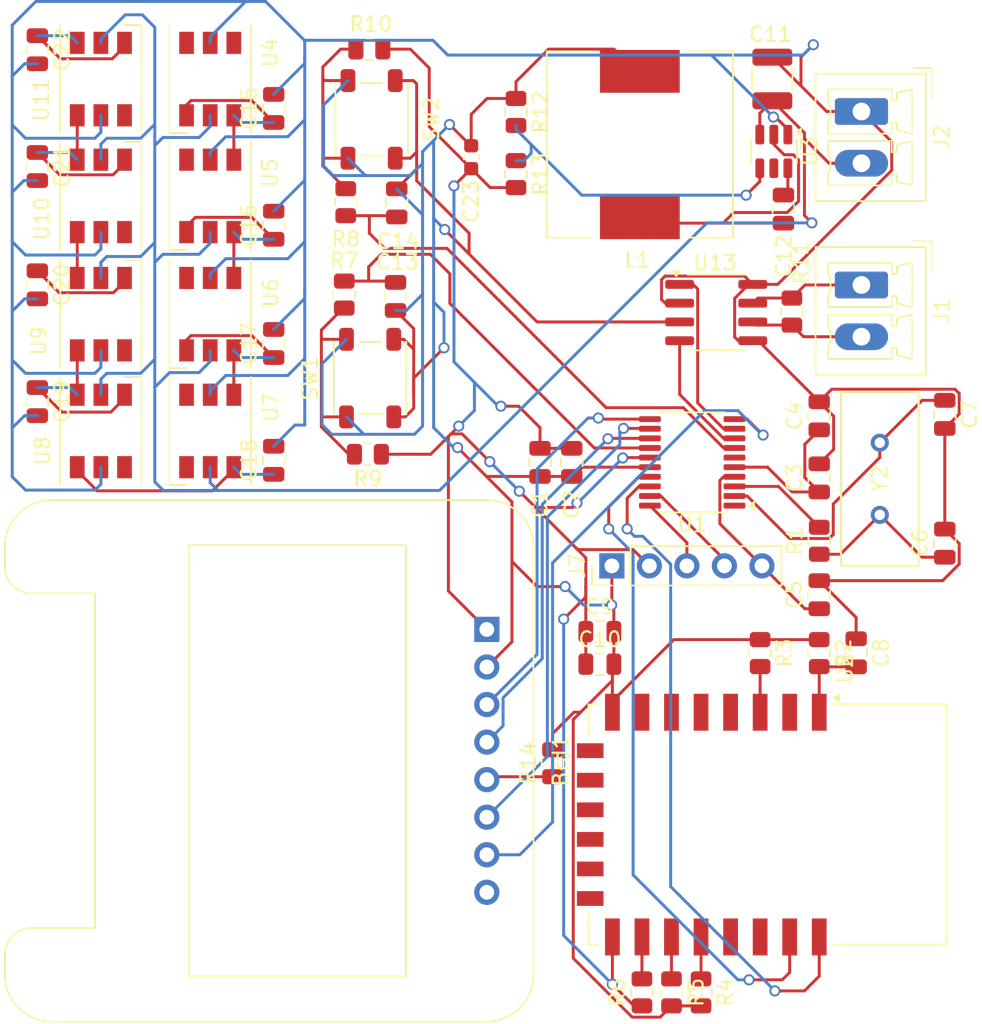
<source format=kicad_pcb>
(kicad_pcb (version 20240108) (generator "pcbnew") (generator_version "8.0")
  (layers (0 "F.Cu" signal) (31 "B.Cu" signal) (34 "B.Paste" user) (35 "F.Paste" user) (36 "B.SilkS" user "B.Silkscreen") (37 "F.SilkS" user "F.Silkscreen") (38 "B.Mask" user) (39 "F.Mask" user) (44 "Edge.Cuts" user))
  (net 0 "")
  (net 1 "VDD")
  (net 2 "/GPIO_OLED")
  (net 3 "Net-(Brd1-RES)")
  (net 4 "/SPI1_MOSI")
  (net 5 "/SPI1_NSS")
  (net 6 "/SPI1_SCK")
  (net 7 "-12V")
  (net 8 "VDDA")
  (net 9 "/NRST")
  (net 10 "Net-(C6-Pad1)")
  (net 11 "Net-(U1-PF0)")
  (net 12 "Net-(U2-~{RST})")
  (net 13 "+12V")
  (net 14 "Net-(U3-SW)")
  (net 15 "Net-(U3-BOOT)")
  (net 16 "/GPIO_Button2")
  (net 17 "/GPIO_Button1")
  (net 18 "Net-(U4-NC)")
  (net 19 "Net-(U5-NC)")
  (net 20 "Net-(U6-NC)")
  (net 21 "Net-(U7-NC)")
  (net 22 "Net-(U8-NC)")
  (net 23 "Net-(U9-NC)")
  (net 24 "Net-(U10-NC)")
  (net 25 "Net-(U11-NC)")
  (net 26 "/CAN_L")
  (net 27 "/CAN_H")
  (net 28 "/GPIO_LED_RELAY1")
  (net 29 "/SWCLK")
  (net 30 "/SWDIO")
  (net 31 "Net-(U1-PF1)")
  (net 32 "Net-(U2-EN)")
  (net 33 "Net-(U2-GPIO0)")
  (net 34 "Net-(U2-GPIO2)")
  (net 35 "Net-(U2-GPIO15)")
  (net 36 "Net-(R7-Pad1)")
  (net 37 "Net-(R10-Pad2)")
  (net 38 "Net-(U3-FB)")
  (net 39 "/USART2_RX")
  (net 40 "/USART2_TX")
  (net 41 "/USART1_RX")
  (net 43 "/USART1_TX")
  (net 59 "Net-(U4-DO)")
  (net 61 "Net-(U5-DO)")
  (net 62 "Net-(U6-DO)")
  (net 65 "Net-(U7-DO)")
  (net 67 "Net-(U8-DO)")
  (net 69 "Net-(U10-DI)")
  (net 70 "Net-(U10-DO)")
  (footprint "Capacitor_SMD:C_0805_2012Metric" (layer "F.Cu") (at 177.5 75.2548 -90)
    (property "Reference" "C7")
    (property "Value" "20pF")
  )
  (footprint "Resistor_SMD:R_0805_2012Metric" (layer "F.Cu") (at 169 91.4 -90)
    (property "Reference" "R2")
    (property "Value" "10k")
  )
  (footprint "Capacitor_SMD:C_0805_2012Metric" (layer "F.Cu") (at 116.075 50.59 -90)
    (property "Reference" "C22")
    (property "Value" "1uF")
  )
  (footprint "Capacitor_SMD:C_0805_2012Metric" (layer "F.Cu") (at 154.15 92.15)
    (property "Reference" "C10")
    (property "Value" "1uF")
  )
  (footprint "LED_SMD:LED_WS2812_PLCC6_5.0x5.0mm_P1.6mm" (layer "F.Cu") (at 120.375 52.575 -90)
    (property "Reference" "U11")
    (property "Value" "WS2815")
  )
  (footprint "Connector_Phoenix_MC:PhoenixContact_MCV_1,5_2-G-3.5_1x02_P3.50mm_Vertical" (layer "F.Cu") (at 171.8575 66.5 -90)
    (property "Reference" "J1")
    (property "Value" "CAN")
  )
  (footprint "Resistor_SMD:R_0805_2012Metric" (layer "F.Cu") (at 136.85 67.15 90)
    (property "Reference" "R7")
    (property "Value" "1K")
  )
  (footprint "Resistor_SMD:R_0805_2012Metric" (layer "F.Cu") (at 157 114.35 90)
    (property "Reference" "R6")
    (property "Value" "10k")
  )
  (footprint "Button_Switch_SMD:SW_SPST_PTS647_Sx38" (layer "F.Cu") (at 138.7 55.3 -90)
    (property "Reference" "SW2")
    (property "Value" "Button1")
  )
  (footprint "Resistor_SMD:R_0805_2012Metric" (layer "F.Cu") (at 167.15 68.3 90)
    (property "Reference" "R11")
    (property "Value" "120")
  )
  (footprint "Capacitor_SMD:C_0805_2012Metric" (layer "F.Cu") (at 116.075 58.49 -90)
    (property "Reference" "C21")
    (property "Value" "1uF")
  )
  (footprint "LED_SMD:LED_WS2812_PLCC6_5.0x5.0mm_P1.6mm" (layer "F.Cu") (at 127.775 68.475 90)
    (property "Reference" "U6")
    (property "Value" "WS2815")
  )
  (footprint "Package_SO:TSSOP-20_4.4x6.5mm_P0.65mm" (layer "F.Cu") (at 160.4 78.5 180)
    (property "Reference" "U1")
    (property "Value" "STM32F042F4Px")
  )
  (footprint "Capacitor_SMD:C_0805_2012Metric" (layer "F.Cu") (at 132.075 78.36 90)
    (property "Reference" "C18")
    (property "Value" "1uF")
  )
  (footprint "Capacitor_SMD:C_0805_2012Metric" (layer "F.Cu") (at 154.15 89.95)
    (property "Reference" "C9")
    (property "Value" "4.7uF")
  )
  (footprint "Capacitor_SMD:C_0805_2012Metric" (layer "F.Cu") (at 140.32 67.275 90)
    (property "Reference" "C13")
    (property "Value" "10nF")
  )
  (footprint "Resistor_SMD:R_0805_2012Metric" (layer "F.Cu") (at 138.45 77.95 180)
    (property "Reference" "R9")
    (property "Value" "10k")
  )
  (footprint "Connector_Phoenix_MC:PhoenixContact_MCV_1,5_2-G-3.5_1x02_P3.50mm_Vertical" (layer "F.Cu") (at 171.8575 54.7675 -90)
    (property "Reference" "J2")
    (property "Value" "VIN")
  )
  (footprint "Inductor_SMD:L_12x12mm_H8mm" (layer "F.Cu") (at 156.8575 57 90)
    (property "Reference" "L1")
    (property "Value" "22uH")
  )
  (footprint "Capacitor_SMD:C_0805_2012Metric" (layer "F.Cu") (at 116.075 74.39 -90)
    (property "Reference" "C19")
    (property "Value" "1uF")
  )
  (footprint "Resistor_SMD:R_0805_2012Metric" (layer "F.Cu") (at 161 114.35 -90)
    (property "Reference" "R4")
    (property "Value" "10k")
  )
  (footprint "Resistor_SMD:R_0805_2012Metric" (layer "F.Cu") (at 159 114.35 -90)
    (property "Reference" "R5")
    (property "Value" "10k")
  )
  (footprint "Resistor_SMD:R_0805_2012Metric" (layer "F.Cu") (at 150.95 98.85 90)
    (property "Reference" "R14")
    (property "Value" "10k")
  )
  (footprint "Capacitor_SMD:C_0805_2012Metric" (layer "F.Cu") (at 166.5775 61.3675 -90)
    (property "Reference" "C12")
    (property "Value" "100nF")
  )
  (footprint "footprint_oscylator:ABL-8.000MHZ-B2_ABR" (layer "F.Cu") (at 173.1 82.05 90)
    (property "Reference" "Y2")
    (property "Value" "ABL-8MHZ-B2")
  )
  (footprint "Capacitor_SMD:C_0805_2012Metric" (layer "F.Cu") (at 152.25 78.5 90)
    (property "Reference" "C2")
    (property "Value" "100nF")
  )
  (footprint "Capacitor_SMD:C_0805_2012Metric" (layer "F.Cu") (at 150.1 78.5 90)
    (property "Reference" "C1")
    (property "Value" "4.7uF")
  )
  (footprint "Display:Adafruit_SSD1306" (layer "F.Cu") (at 146.5 89.8 -90)
    (property "Reference" "Brd1")
    (property "Value" "SSD1306")
  )
  (footprint "Capacitor_SMD:C_1210_3225Metric" (layer "F.Cu") (at 165.8275 52.5675 -90)
    (property "Reference" "C11")
    (property "Value" "10uF")
  )
  (footprint "RF_Module:ESP-12E" (layer "F.Cu") (at 165.5 103 -90)
    (property "Reference" "U2")
    (property "Value" "ESP-12E")
  )
  (footprint "Capacitor_SMD:C_0805_2012Metric" (layer "F.Cu") (at 132.075 62.46 90)
    (property "Reference" "C16")
    (property "Value" "1uF")
  )
  (footprint "LED_SMD:LED_WS2812_PLCC6_5.0x5.0mm_P1.6mm" (layer "F.Cu") (at 120.375 76.375 -90)
    (property "Reference" "U8")
    (property "Value" "WS2815")
  )
  (footprint "Resistor_SMD:R_0805_2012Metric" (layer "F.Cu") (at 138.55 50.55 180)
    (property "Reference" "R10")
    (property "Value" "10k")
  )
  (footprint "LED_SMD:LED_WS2812_PLCC6_5.0x5.0mm_P1.6mm" (layer "F.Cu") (at 127.775 60.475 90)
    (property "Reference" "U5")
    (property "Value" "WS2815")
  )
  (footprint "Capacitor_SMD:C_0805_2012Metric" (layer "F.Cu") (at 132.075 70.46 90)
    (property "Reference" "C17")
    (property "Value" "1uF")
  )
  (footprint "Capacitor_SMD:C_0805_2012Metric" (layer "F.Cu") (at 169 87.45 90)
    (property "Reference" "C5")
    (property "Value" "100nF")
  )
  (footprint "Resistor_SMD:R_0805_2012Metric" (layer "F.Cu") (at 148.475 54.8 -90)
    (property "Reference" "R12")
    (property "Value" "100k")
  )
  (footprint "Connector_PinHeader_2.54mm:PinHeader_1x05_P2.54mm_Vertical" (layer "F.Cu") (at 154.9625 85.5 90)
    (property "Reference" "J7")
    (property "Value" "STM")
  )
  (footprint "LED_SMD:LED_WS2812_PLCC6_5.0x5.0mm_P1.6mm" (layer "F.Cu") (at 127.775 76.375 90)
    (property "Reference" "U7")
    (property "Value" "WS2815")
  )
  (footprint "Capacitor_SMD:C_0805_2012Metric" (layer "F.Cu") (at 171.5 91.38 -90)
    (property "Reference" "C8")
    (property "Value" "100nF")
  )
  (footprint "Resistor_SMD:R_0805_2012Metric" (layer "F.Cu") (at 136.95 60.9 90)
    (property "Reference" "R8")
    (property "Value" "1K")
  )
  (footprint "Capacitor_SMD:C_0805_2012Metric" (layer "F.Cu") (at 169 79.55 90)
    (property "Reference" "C3")
    (property "Value" "10nF")
  )
  (footprint "Capacitor_SMD:C_0805_2012Metric" (layer "F.Cu") (at 169 75.35 90)
    (property "Reference" "C4")
    (property "Value" "1uF")
  )
  (footprint "LED_SMD:LED_WS2812_PLCC6_5.0x5.0mm_P1.6mm" (layer "F.Cu") (at 127.775 52.575 90)
    (property "Reference" "U4")
    (property "Value" "WS2815")
  )
  (footprint "Capacitor_SMD:C_0805_2012Metric" (layer "F.Cu") (at 177.5 83.9652 90)
    (property "Reference" "C6")
    (property "Value" "20pF")
  )
  (footprint "Resistor_SMD:R_0805_2012Metric" (layer "F.Cu") (at 165 91.4 -90)
    (property "Reference" "R3")
    (property "Value" "10k")
  )
  (footprint "LED_SMD:LED_WS2812_PLCC6_5.0x5.0mm_P1.6mm" (layer "F.Cu") (at 120.375 60.475 -90)
    (property "Reference" "U10")
    (property "Value" "WS2815")
  )
  (footprint "Resistor_SMD:R_0805_2012Metric" (layer "F.Cu") (at 169 83.8 90)
    (property "Reference" "R1")
    (property "Value" "390")
  )
  (footprint "LED_SMD:LED_WS2812_PLCC6_5.0x5.0mm_P1.6mm" (layer "F.Cu") (at 120.375 68.475 -90)
    (property "Reference" "U9")
    (property "Value" "WS2815")
  )
  (footprint "Button_Switch_SMD:SW_SPST_PTS647_Sx38" (layer "F.Cu") (at 138.6 72.8 90)
    (property "Reference" "SW1")
    (property "Value" "Button2")
  )
  (footprint "Capacitor_SMD:C_0805_2012Metric" (layer "F.Cu") (at 132.075 54.56 90)
    (property "Reference" "C15")
    (property "Value" "1uF")
  )
  (footprint "Package_SO:SOIC-8_3.9x4.9mm_P1.27mm" (layer "F.Cu") (at 162.025 68.365)
    (property "Reference" "U13")
    (property "Value" "SN65HVD230QDRG4Q1")
  )
  (footprint "Resistor_SMD:R_0805_2012Metric" (layer "F.Cu") (at 148.475 59 -90)
    (property "Reference" "R13")
    (property "Value" "38k")
  )
  (footprint "Capacitor_SMD:C_0603_1608Metric" (layer "F.Cu") (at 145.4425 57.8575 -90)
    (property "Reference" "C23")
    (property "Value" "47uF")
  )
  (footprint "Package_TO_SOT_SMD:SOT-23-6" (layer "F.Cu") (at 165.9275 57.4675 -90)
    (property "Reference" "U3")
    (property "Value" "TPS54308")
  )
  (footprint "Capacitor_SMD:C_0805_2012Metric" (layer "F.Cu") (at 116.075 66.49 -90)
    (property "Reference" "C20")
    (property "Value" "1uF")
  )
  (footprint "Capacitor_SMD:C_0805_2012Metric" (layer "F.Cu") (at 140.4 60.95 -90)
    (property "Reference" "C14")
    (property "Value" "10nF")
  )
  (segment (start 158.2375 116.025) (end 156.335966 116.025) (width 0.2) (layer "F.Cu") (net 1))
  (segment (start 140.3 57.925) (end 141.325 57.925) (width 0.2) (layer "F.Cu") (net 1))
  (segment (start 149.9 86.9) (end 148.2 85.2) (width 0.2) (layer "F.Cu") (net 1))
  (segment (start 165 90.4875) (end 169 90.4875) (width 0.2) (layer "F.Cu") (net 1))
  (segment (start 141.75 58.65) (end 141.75 59.45) (width 0.2) (layer "F.Cu") (net 1))
  (segment (start 155.1 92.15) (end 155.1 89.95) (width 0.2) (layer "F.Cu") (net 1))
  (segment (start 144.525 77.5) (end 146.475 79.45) (width 0.2) (layer "F.Cu") (net 1))
  (segment (start 152.35 112.039034) (end 152.35 95.9) (width 0.2) (layer "F.Cu") (net 1))
  (segment (start 140.2 70.175) (end 140.875 70.175) (width 0.2) (layer "F.Cu") (net 1))
  (segment (start 146.5 92.34) (end 148.2 90.64) (width 0.2) (layer "F.Cu") (net 1))
  (segment (start 152.25 79.45) (end 152.35 79.45) (width 0.2) (layer "F.Cu") (net 1))
  (segment (start 148.475 53.8875) (end 146.5125 53.8875) (width 0.2) (layer "F.Cu") (net 1))
  (segment (start 152.975 78.825) (end 157.5375 78.825) (width 0.2) (layer "F.Cu") (net 1))
  (segment (start 140.875 70.175) (end 141.55 70.85) (width 0.2) (layer "F.Cu") (net 1))
  (segment (start 159.1625 90.4875) (end 165 90.4875) (width 0.2) (layer "F.Cu") (net 1))
  (segment (start 159.55 69) (end 149.9 69) (width 0.2) (layer "F.Cu") (net 1))
  (segment (start 145.4075 57.0825) (end 143.975 55.65) (width 0.2) (layer "F.Cu") (net 1))
  (segment (start 155.1 89.95) (end 155.1 88.3) (width 0.2) (layer "F.Cu") (net 1))
  (segment (start 154.9625 88.1375) (end 154.95 88.15) (width 0.2) (layer "F.Cu") (net 1))
  (segment (start 140.975 75.425) (end 140.2 75.425) (width 0.2) (layer "F.Cu") (net 1))
  (segment (start 152.4 95.4) (end 152.85 95.4) (width 0.2) (layer "F.Cu") (net 1))
  (segment (start 141.55 73.9) (end 141.55 72.8) (width 0.2) (layer "F.Cu") (net 1))
  (segment (start 140.4 60) (end 141.75 58.65) (width 0.2) (layer "F.Cu") (net 1))
  (segment (start 155 94.65) (end 159.1625 90.4875) (width 0.2) (layer "F.Cu") (net 1))
  (segment (start 141.75 59.45) (end 145.3 63) (width 0.2) (layer "F.Cu") (net 1))
  (segment (start 141.55 73.35) (end 141.55 73.9) (width 0.2) (layer "F.Cu") (net 1))
  (segment (start 155.1 92.15) (end 155.1 92.25) (width 0.2) (layer "F.Cu") (net 1))
  (segment (start 152.35 79.45) (end 152.975 78.825) (width 0.2) (layer "F.Cu") (net 1))
  (segment (start 145.3 63) (end 145.3 64.4) (width 0.2) (layer "F.Cu") (net 1))
  (segment (start 149.9 69) (end 145.3 64.4) (width 0.2) (layer "F.Cu") (net 1))
  (segment (start 159 115.2625) (end 158.2375 116.025) (width 0.2) (layer "F.Cu") (net 1))
  (segment (start 150.1 79.45) (end 152.25 79.45) (width 0.2) (layer "F.Cu") (net 1))
  (segment (start 156.335966 116.025) (end 152.35 112.039034) (width 0.2) (layer "F.Cu") (net 1))
  (segment (start 145.3 64.4) (end 143.65 62.75) (width 0.2) (layer "F.Cu") (net 1))
  (segment (start 141.55 73.9) (end 141.55 74.85) (width 0.2) (layer "F.Cu") (net 1))
  (segment (start 150.675 50.55) (end 148.475 52.75) (width 0.2) (layer "F.Cu") (net 1))
  (segment (start 156.6 52.05) (end 156.8575 52.05) (width 0.2) (layer "F.Cu") (net 1))
  (segment (start 141.55 69.455) (end 141.55 70.85) (width 0.2) (layer "F.Cu") (net 1))
  (segment (start 146.475 79.45) (end 150.1 79.45) (width 0.2) (layer "F.Cu") (net 1))
  (segment (start 140.3 52.675) (end 141.525 52.675) (width 0.2) (layer "F.Cu") (net 1))
  (segment (start 155.1 88.3) (end 154.95 88.15) (width 0.2) (layer "F.Cu") (net 1))
  (segment (start 145.4425 57.0825) (end 145.4075 57.0825) (width 0.2) (layer "F.Cu") (net 1))
  (segment (start 145.4425 57.0825) (end 145.3075 57.0825) (width 0.2) (layer "F.Cu") (net 1))
  (segment (start 152.85 95.4) (end 155 93.25) (width 0.2) (layer "F.Cu") (net 1))
  (segment (start 141.525 52.675) (end 141.75 52.9) (width 0.2) (layer "F.Cu") (net 1))
  (segment (start 152.35 95.9) (end 152.85 95.4) (width 0.2) (layer "F.Cu") (net 1))
  (segment (start 148.2 85.2) (end 148.2 81.175) (width 0.2) (layer "F.Cu") (net 1))
  (segment (start 161 115.2625) (end 159 115.2625) (width 0.2) (layer "F.Cu") (net 1))
  (segment (start 155.1 50.55) (end 156.6 52.05) (width 0.2) (layer "F.Cu") (net 1))
  (segment (start 155 92.35) (end 155 93.25) (width 0.2) (layer "F.Cu") (net 1))
  (segment (start 148.2 81.175) (end 146.475 79.45) (width 0.2) (layer "F.Cu") (net 1))
  (segment (start 152.35 79.45) (end 152.375 79.475) (width 0.2) (layer "F.Cu") (net 1))
  (segment (start 141.55 74.85) (end 140.975 75.425) (width 0.2) (layer "F.Cu") (net 1))
  (segment (start 155.1 92.25) (end 155 92.35) (width 0.2) (layer "F.Cu") (net 1))
  (segment (start 150.95 97.9375) (end 150.95 96.85) (width 0.2) (layer "F.Cu") (net 1))
  (segment (start 150.95 96.85) (end 152.4 95.4) (width 0.2) (layer "F.Cu") (net 1))
  (segment (start 148.475 52.75) (end 148.475 53.8875) (width 0.2) (layer "F.Cu") (net 1))
  (segment (start 157.5125 78.8) (end 157.5375 78.825) (width 0.2) (layer "F.Cu") (net 1))
  (segment (start 141.75 58.65) (end 141.75 57.35) (width 0.2) (layer "F.Cu") (net 1))
  (segment (start 148.2 90.64) (end 148.2 85.2) (width 0.2) (layer "F.Cu") (net 1))
  (segment (start 145.6 56.925) (end 145.4425 57.0825) (width 0.2) (layer "F.Cu") (net 1))
  (segment (start 141.75 57.5) (end 141.75 57.35) (width 0.2) (layer "F.Cu") (net 1))
  (segment (start 155 95.4) (end 155 94.65) (width 0.2) (layer "F.Cu") (net 1))
  (segment (start 140.32 68.225) (end 141.55 69.455) (width 0.2) (layer "F.Cu") (net 1))
  (segment (start 141.55 72.8) (end 143.6 70.75) (width 0.2) (layer "F.Cu") (net 1))
  (segment (start 141.55 70.85) (end 141.55 73.35) (width 0.2) (layer "F.Cu") (net 1))
  (segment (start 154.9625 85.5) (end 154.9625 88.1375) (width 0.2) (layer "F.Cu") (net 1))
  (segment (start 145.4425 54.9575) (end 145.4425 57.0825) (width 0.2) (layer "F.Cu") (net 1))
  (segment (start 146.5125 53.8875) (end 145.4425 54.9575) (width 0.2) (layer "F.Cu") (net 1))
  (segment (start 151.8 86.9) (end 149.9 86.9) (width 0.2) (layer "F.Cu") (net 1))
  (segment (start 155.1 50.55) (end 150.675 50.55) (width 0.2) (layer "F.Cu") (net 1))
  (segment (start 141.325 57.925) (end 141.75 57.5) (width 0.2) (layer "F.Cu") (net 1))
  (segment (start 141.75 57.35) (end 141.75 52.9) (width 0.2) (layer "F.Cu") (net 1))
  (segment (start 155 93.25) (end 155 95.4) (width 0.2) (layer "F.Cu") (net 1))
  (via (at 144.525 77.5) (size 0.75) (drill 0.5) (layers "F.Cu" "B.Cu") (net 1))
  (via (at 143.65 62.75) (size 0.75) (drill 0.5) (layers "F.Cu" "B.Cu") (net 1))
  (via (at 151.8 86.9) (size 0.75) (drill 0.5) (layers "F.Cu" "B.Cu") (net 1))
  (via (at 143.6 70.75) (size 0.75) (drill 0.5) (layers "F.Cu" "B.Cu") (net 1))
  (via (at 154.95 88.15) (size 0.75) (drill 0.5) (layers "F.Cu" "B.Cu") (net 1))
  (via (at 143.975 55.65) (size 0.75) (drill 0.5) (layers "F.Cu" "B.Cu") (net 1))
  (segment (start 142.9 67.65) (end 142.9 76.15) (width 0.2) (layer "B.Cu") (net 1))
  (segment (start 135.35 75.95) (end 136 76.6) (width 0.2) (layer "B.Cu") (net 1))
  (segment (start 142.8875 56.7375) (end 142.9 56.75) (width 0.2) (layer "B.Cu") (net 1))
  (segment (start 135.45 54.325) (end 135.45 58.45) (width 0.2) (layer "B.Cu") (net 1))
  (segment (start 141.6 76.6) (end 142.15 76.05) (width 0.2) (layer "B.Cu") (net 1))
  (segment (start 143.65 62.75) (end 142.9 62) (width 0.2) (layer "B.Cu") (net 1))
  (segment (start 142.15 61.75) (end 142.15 58.275) (width 0.2) (layer "B.Cu") (net 1))
  (segment (start 154.95 88.15) (end 153.05 88.15) (width 0.2) (layer "B.Cu") (net 1))
  (segment (start 142.15 58.275) (end 142.15 57.475) (width 0.2) (layer "B.Cu") (net 1))
  (segment (start 138.175 76.6) (end 138.2 76.6) (width 0.2) (layer "B.Cu") (net 1))
  (segment (start 142.9 56.75) (end 142.9 62) (width 0.2) (layer "B.Cu") (net 1))
  (segment (start 144.25 77.5) (end 144.525 77.5) (width 0.2) (layer "B.Cu") (net 1))
  (segment (start 136 76.6) (end 138.2 76.6) (width 0.2) (layer "B.Cu") (net 1))
  (segment (start 135.35 71.825) (end 135.35 75.95) (width 0.2) (layer "B.Cu") (net 1))
  (segment (start 135.45 58.45) (end 136.1 59.1) (width 0.2) (layer "B.Cu") (net 1))
  (segment (start 140.4 60) (end 142.15 61.75) (width 0.2) (layer "B.Cu") (net 1))
  (segment (start 136.1 59.1) (end 138.275 59.1) (width 0.2) (layer "B.Cu") (net 1))
  (segment (start 137.1 52.675) (end 135.45 54.325) (width 0.2) (layer "B.Cu") (net 1))
  (segment (start 141.05 68.225) (end 142.15 67.125) (width 0.2) (layer "B.Cu") (net 1))
  (segment (start 153.05 88.15) (end 151.8 86.9) (width 0.2) (layer "B.Cu") (net 1))
  (segment (start 138.2 76.6) (end 141.6 76.6) (width 0.2) (layer "B.Cu") (net 1))
  (segment (start 142.15 57.475) (end 142.1625 57.4625) (width 0.2) (layer "B.Cu") (net 1))
  (segment (start 140.32 68.225) (end 141.05 68.225) (width 0.2) (layer "B.Cu") (net 1))
  (segment (start 143.6 70.75) (end 143.6 68.35) (width 0.2) (layer "B.Cu") (net 1))
  (segment (start 142.8875 56.7375) (end 143.975 55.65) (width 0.2) (layer "B.Cu") (net 1))
  (segment (start 138.275 59.1) (end 141.325 59.1) (width 0.2) (layer "B.Cu") (net 1))
  (segment (start 137.1 57.925) (end 138.275 59.1) (width 0.2) (layer "B.Cu") (net 1))
  (segment (start 143.6 68.35) (end 142.9 67.65) (width 0.2) (layer "B.Cu") (net 1))
  (segment (start 137 70.175) (end 135.35 71.825) (width 0.2) (layer "B.Cu") (net 1))
  (segment (start 141.325 59.1) (end 142.15 58.275) (width 0.2) (layer "B.Cu") (net 1))
  (segment (start 142.15 76.05) (end 142.15 67.125) (width 0.2) (layer "B.Cu") (net 1))
  (segment (start 142.1625 57.4625) (end 142.8875 56.7375) (width 0.2) (layer "B.Cu") (net 1))
  (segment (start 137 75.425) (end 138.175 76.6) (width 0.2) (layer "B.Cu") (net 1))
  (segment (start 142.15 67.125) (end 142.15 61.75) (width 0.2) (layer "B.Cu") (net 1))
  (segment (start 142.9 62) (end 142.9 67.65) (width 0.2) (layer "B.Cu") (net 1))
  (segment (start 142.9 76.15) (end 144.25 77.5) (width 0.2) (layer "B.Cu") (net 1))
  (segment (start 157.5125 76.2) (end 157.5375 76.225) (width 0.2) (layer "F.Cu") (net 2))
  (segment (start 155.75 76.2) (end 157.5125 76.2) (width 0.2) (layer "F.Cu") (net 2))
  (via (at 155.75 76.2) (size 0.75) (drill 0.5) (layers "F.Cu" "B.Cu") (net 2))
  (segment (start 155.5 76.45) (end 155.75 76.2) (width 0.2) (layer "B.Cu") (net 2))
  (segment (start 150.6 98.4) (end 150.6 82.2) (width 0.2) (layer "B.Cu") (net 2))
  (segment (start 146.5 102.5) (end 150.6 98.4) (width 0.2) (layer "B.Cu") (net 2))
  (segment (start 155.5 77.3) (end 155.5 76.45) (width 0.2) (layer "B.Cu") (net 2))
  (segment (start 150.6 82.2) (end 155.5 77.3) (width 0.2) (layer "B.Cu") (net 2))
  (segment (start 146.6975 99.7625) (end 146.5 99.96) (width 0.2) (layer "F.Cu") (net 3))
  (segment (start 150.95 99.7625) (end 146.6975 99.7625) (width 0.2) (layer "F.Cu") (net 3))
  (segment (start 154.725 76.875) (end 157.5375 76.875) (width 0.2) (layer "F.Cu") (net 4))
  (segment (start 154.7 76.9) (end 154.725 76.875) (width 0.2) (layer "F.Cu") (net 4))
  (via (at 154.7 76.9) (size 0.75) (drill 0.5) (layers "F.Cu" "B.Cu") (net 4))
  (segment (start 147.6 96.32) (end 147.6 94.424365) (width 0.2) (layer "B.Cu") (net 4))
  (segment (start 150.25 81.35) (end 154.45 77.15) (width 0.2) (layer "B.Cu") (net 4))
  (segment (start 146.5 97.42) (end 147.6 96.32) (width 0.2) (layer "B.Cu") (net 4))
  (segment (start 154.45 77.15) (end 154.7 76.9) (width 0.2) (layer "B.Cu") (net 4))
  (segment (start 150.25 91.774365) (end 150.25 81.35) (width 0.2) (layer "B.Cu") (net 4))
  (segment (start 147.6 94.424365) (end 150.25 91.774365) (width 0.2) (layer "B.Cu") (net 4))
  (segment (start 164.125 75.575) (end 165.2 76.65) (width 0.2) (layer "F.Cu") (net 5))
  (segment (start 163.2625 75.575) (end 164.125 75.575) (width 0.2) (layer "F.Cu") (net 5))
  (via (at 165.2 76.65) (size 0.75) (drill 0.5) (layers "F.Cu" "B.Cu") (net 5))
  (segment (start 146.5 105.04) (end 148.735 105.04) (width 0.2) (layer "B.Cu") (net 5))
  (segment (start 165.15 76.65) (end 165.2 76.65) (width 0.2) (layer "B.Cu") (net 5))
  (segment (start 161.25 75) (end 163.5 75) (width 0.2) (layer "B.Cu") (net 5))
  (segment (start 150.95 102.825) (end 150.95 85.3) (width 0.2) (layer "B.Cu") (net 5))
  (segment (start 163.5 75) (end 165.15 76.65) (width 0.2) (layer "B.Cu") (net 5))
  (segment (start 165.2 76.65) (end 165.175 76.675) (width 0.2) (layer "B.Cu") (net 5))
  (segment (start 148.735 105.04) (end 150.95 102.825) (width 0.2) (layer "B.Cu") (net 5))
  (segment (start 150.95 85.3) (end 161.25 75) (width 0.2) (layer "B.Cu") (net 5))
  (segment (start 154.05 75.5) (end 154.125 75.575) (width 0.2) (layer "F.Cu") (net 6))
  (segment (start 154.125 75.575) (end 157.5375 75.575) (width 0.2) (layer "F.Cu") (net 6))
  (via (at 154.05 75.5) (size 0.75) (drill 0.5) (layers "F.Cu" "B.Cu") (net 6))
  (segment (start 149.9 78.95) (end 153.35 75.5) (width 0.2) (layer "B.Cu") (net 6))
  (segment (start 146.5 94.88) (end 149.9 91.48) (width 0.2) (layer "B.Cu") (net 6))
  (segment (start 149.9 91.48) (end 149.9 78.95) (width 0.2) (layer "B.Cu") (net 6))
  (segment (start 153.35 75.5) (end 154.05 75.5) (width 0.2) (layer "B.Cu") (net 6))
  (segment (start 145.4425 58.6325) (end 142.6 55.79) (width 0.2) (layer "F.Cu") (net 7))
  (segment (start 148.475 59.9125) (end 146.7225 59.9125) (width 0.2) (layer "F.Cu") (net 7))
  (segment (start 152.6 81.25) (end 152.3 81.55) (width 0.2) (layer "F.Cu") (net 7))
  (segment (start 169 86.5) (end 177.354234 86.5) (width 0.2) (layer "F.Cu") (net 7))
  (segment (start 156.4625 115.2625) (end 155 113.8) (width 0.2) (layer "F.Cu") (net 7))
  (segment (start 142.6 51.825) (end 141.325 50.55) (width 0.2) (layer "F.Cu") (net 7))
  (segment (start 166.191346 66.46) (end 173.9075 58.743846) (width 0.2) (layer "F.Cu") (net 7))
  (segment (start 177.5 76.2048) (end 177.5 83.0152) (width 0.2) (layer "F.Cu") (net 7))
  (segment (start 158.325 66.140158) (end 158.565158 65.9) (width 0.2) (layer "F.Cu") (net 7))
  (segment (start 171.8575 54.7675) (end 169.5025 54.7675) (width 0.2) (layer "F.Cu") (net 7))
  (segment (start 153.2 87.6) (end 153.2 86.9) (width 0.2) (layer "F.Cu") (net 7))
  (segment (start 173.9075 58.743846) (end 173.9075 56.8175) (width 0.2) (layer "F.Cu") (net 7))
  (segment (start 146.5 89.8) (end 143.9 87.2) (width 0.2) (layer "F.Cu") (net 7))
  (segment (start 149.8 81.55) (end 148.7 80.45) (width 0.2) (layer "F.Cu") (net 7))
  (segment (start 178.184234 73.55) (end 169.85 73.55) (width 0.2) (layer "F.Cu") (net 7))
  (segment (start 163.275 70.019999) (end 163.275 67.410158) (width 0.2) (layer "F.Cu") (net 7))
  (segment (start 169.975 75.375) (end 169 74.4) (width 0.2) (layer "F.Cu") (net 7))
  (segment (start 169 74.4) (end 164.87 70.27) (width 0.2) (layer "F.Cu") (net 7))
  (segment (start 163.525001 70.27) (end 163.275 70.019999) (width 0.2) (layer "F.Cu") (net 7))
  (segment (start 164.5 66.46) (end 166.191346 66.46) (width 0.2) (layer "F.Cu") (net 7))
  (segment (start 144.075 76.575) (end 144.6 76.05) (width 0.2) (layer "F.Cu") (net 7))
  (segment (start 153.2 92.15) (end 153.2 89.95) (width 0.2) (layer "F.Cu") (net 7))
  (segment (start 171.5 90.43) (end 171.5 89) (width 0.2) (layer "F.Cu") (net 7))
  (segment (start 152.65 84.4) (end 152.15 83.9) (width 0.2) (layer "F.Cu") (net 7))
  (segment (start 163.94 65.9) (end 164.5 66.46) (width 0.2) (layer "F.Cu") (net 7))
  (segment (start 155 110.6) (end 155 113.8) (width 0.2) (layer "F.Cu") (net 7))
  (segment (start 153.2 84.95) (end 152.15 83.9) (width 0.2) (layer "F.Cu") (net 7))
  (segment (start 146.7 78.45) (end 144.825 76.575) (width 0.2) (layer "F.Cu") (net 7))
  (segment (start 164.5 70.27) (end 163.525001 70.27) (width 0.2) (layer "F.Cu") (net 7))
  (segment (start 148.65 74.7) (end 147.45 74.7) (width 0.2) (layer "F.Cu") (net 7))
  (segment (start 157.5025 85.5) (end 156.4025 84.4) (width 0.2) (layer "F.Cu") (net 7))
  (segment (start 142.6 55.79) (end 142.6 51.825) (width 0.2) (layer "F.Cu") (net 7))
  (segment (start 153.2 86.9) (end 153.2 84.95) (width 0.2) (layer "F.Cu") (net 7))
  (segment (start 158.325 67.479999) (end 158.325 66.140158) (width 0.2) (layer "F.Cu") (net 7))
  (segment (start 150.1 76.15) (end 148.65 74.7) (width 0.2) (layer "F.Cu") (net 7))
  (segment (start 145.4425 58.6325) (end 144.275 59.8) (width 0.2) (layer "F.Cu") (net 7))
  (segment (start 146.7225 59.9125) (end 145.4425 58.6325) (width 0.2) (layer "F.Cu") (net 7))
  (segment (start 166.8775 55.9775) (end 166.1 55.2) (width 0.2) (layer "F.Cu") (net 7))
  (segment (start 152.3 81.55) (end 149.8 81.55) (width 0.2) (layer "F.Cu") (net 7))
  (segment (start 141.325 50.55) (end 139.4625 50.55) (width 0.2) (layer "F.Cu") (net 7))
  (segment (start 156.4025 84.4) (end 152.65 84.4) (width 0.2) (layer "F.Cu") (net 7))
  (segment (start 139.3625 77.95) (end 142.7 77.95) (width 0.2) (layer "F.Cu") (net 7))
  (segment (start 169.5025 54.7675) (end 167.7675 53.0325) (width 0.2) (layer "F.Cu") (net 7))
  (segment (start 168.6 50.25) (end 167.7675 51.0825) (width 0.2) (layer "F.Cu") (net 7))
  (segment (start 157 115.2625) (end 156.4625 115.2625) (width 0.2) (layer "F.Cu") (net 7))
  (segment (start 169.975 77.625) (end 169.975 75.375) (width 0.2) (layer "F.Cu") (net 7))
  (segment (start 143.925 76.725) (end 144.075 76.575) (width 0.2) (layer "F.Cu") (net 7))
  (segment (start 171.5 89) (end 169 86.5) (width 0.2) (layer "F.Cu") (net 7))
  (segment (start 142.7 77.95) (end 143.925 76.725) (width 0.2) (layer "F.Cu") (net 7))
  (segment (start 178.475 83.9902) (end 177.5 83.0152) (width 0.2) (layer "F.Cu") (net 7))
  (segment (start 177.5 76.2048) (end 178.475 75.2298) (width 0.2) (layer "F.Cu") (net 7))
  (segment (start 166.8775 56.33) (end 166.8775 55.9775) (width 0.2) (layer "F.Cu") (net 7))
  (segment (start 165.955955 55.2) (end 165.898456 55.142501) (width 0.2) (layer "F.Cu") (net 7))
  (segment (start 158.565158 65.9) (end 163.94 65.9) (width 0.2) (layer "F.Cu") (net 7))
  (segment (start 169 78.6) (end 169.975 77.625) (width 0.2) (layer "F.Cu") (net 7))
  (segment (start 158.575001 67.73) (end 158.325 67.479999) (width 0.2) (layer "F.Cu") (net 7))
  (segment (start 143.9 76.75) (end 143.925 76.725) (width 0.2) (layer "F.Cu") (net 7))
  (segment (start 178.475 85.379234) (end 178.475 83.9902) (width 0.2) (layer "F.Cu") (net 7))
  (segment (start 152.25 77.55) (end 150.1 77.55) (width 0.2) (layer "F.Cu") (net 7))
  (segment (start 152.15 83.9) (end 149.8 81.55) (width 0.2) (layer "F.Cu") (net 7))
  (segment (start 173.9075 56.8175) (end 171.8575 54.7675) (width 0.2) (layer "F.Cu") (net 7))
  (segment (start 150.1 77.55) (end 150.1 76.15) (width 0.2) (layer "F.Cu") (net 7))
  (segment (start 151.7 89.1) (end 153.2 87.6) (width 0.2) (layer "F.Cu") (net 7))
  (segment (start 178.475 75.2298) (end 178.475 73.840766) (width 0.2) (layer "F.Cu") (net 7))
  (segment (start 164.225158 66.46) (end 164.5 66.46) (width 0.2) (layer "F.Cu") (net 7))
  (segment (start 167.7675 53.0325) (end 165.8275 51.0925) (width 0.2) (layer "F.Cu") (net 7))
  (segment (start 166.1 55.2) (end 165.955955 55.2) (width 0.2) (layer "F.Cu") (net 7))
  (segment (start 169.85 73.55) (end 169 74.4) (width 0.2) (layer "F.Cu") (net 7))
  (segment (start 163.275 67.410158) (end 164.225158 66.46) (width 0.2) (layer "F.Cu") (net 7))
  (segment (start 167.7675 51.0825) (end 167.7675 53.0325) (width 0.2) (layer "F.Cu") (net 7))
  (segment (start 164.87 70.27) (end 164.5 70.27) (width 0.2) (layer "F.Cu") (net 7))
  (segment (start 157.5375 78.175) (end 155.725 78.175) (width 0.2) (layer "F.Cu") (net 7))
  (segment (start 178.475 73.840766) (end 178.184234 73.55) (width 0.2) (layer "F.Cu") (net 7))
  (segment (start 144.825 76.575) (end 144.075 76.575) (width 0.2) (layer "F.Cu") (net 7))
  (segment (start 155.725 78.175) (end 155.7 78.2) (width 0.2) (layer "F.Cu") (net 7))
  (segment (start 159.55 67.73) (end 158.575001 67.73) (width 0.2) (layer "F.Cu") (net 7))
  (segment (start 177.354234 86.5) (end 178.475 85.379234) (width 0.2) (layer "F.Cu") (net 7))
  (segment (start 143.9 87.2) (end 143.9 76.75) (width 0.2) (layer "F.Cu") (net 7))
  (segment (start 153.2 89.95) (end 153.2 86.9) (width 0.2) (layer "F.Cu") (net 7))
  (via (at 148.7 80.45) (size 0.75) (drill 0.5) (layers "F.Cu" "B.Cu") (net 7))
  (via (at 146.7 78.45) (size 0.75) (drill 0.5) (layers "F.Cu" "B.Cu") (net 7))
  (via (at 144.275 59.8) (size 0.75) (drill 0.5) (layers "F.Cu" "B.Cu") (net 7))
  (via (at 155.7 78.2) (size 0.75) (drill 0.5) (layers "F.Cu" "B.Cu") (net 7))
  (via (at 144.6 76.05) (size 0.75) (drill 0.5) (layers "F.Cu" "B.Cu") (net 7))
  (via (at 147.45 74.7) (size 0.75) (drill 0.5) (layers "F.Cu" "B.Cu") (net 7))
  (via (at 152.6 81.25) (size 0.75) (drill 0.5) (layers "F.Cu" "B.Cu") (net 7))
  (via (at 151.7 89.1) (size 0.75) (drill 0.5) (layers "F.Cu" "B.Cu") (net 7))
  (via (at 168.6 50.25) (size 0.75) (drill 0.5) (layers "F.Cu" "B.Cu") (net 7))
  (via (at 165.898456 55.142501) (size 0.75) (drill 0.5) (layers "F.Cu" "B.Cu") (net 7))
  (via (at 155 113.8) (size 0.75) (drill 0.5) (layers "F.Cu" "B.Cu") (net 7))
  (segment (start 134.175 59.41) (end 134.175 59.25) (width 0.2) (layer "B.Cu") (net 7))
  (segment (start 143.85 50.95) (end 142.85 49.95) (width 0.2) (layer "B.Cu") (net 7))
  (segment (start 133.025 72.625) (end 134.175 71.475) (width 0.2) (layer "B.Cu") (net 7))
  (segment (start 114.375 60.225) (end 114.375 63.575) (width 0.2) (layer "B.Cu") (net 7))
  (segment (start 134.175 71.475) (end 134.175 75.975) (width 0.2) (layer "B.Cu") (net 7))
  (segment (start 144.6 76.05) (end 145.6625 74.9875) (width 0.2) (layer "B.Cu") (net 7))
  (segment (start 168.6 50.25) (end 167.9 50.95) (width 0.2) (layer "B.Cu") (net 7))
  (segment (start 116.075 67.44) (end 115.24 67.44) (width 0.2) (layer "B.Cu") (net 7))
  (segment (start 165.898456 55.142501) (end 161.75 50.994045) (width 0.2) (layer "B.Cu") (net 7))
  (segment (start 151.7 110.5) (end 151.7 89.1) (width 0.2) (layer "B.Cu") (net 7))
  (segment (start 114.375 48.925) (end 114.375 52.425) (width 0.2) (layer "B.Cu") (net 7))
  (segment (start 148.7 80.45) (end 146.7 78.45) (width 0.2) (layer "B.Cu") (net 7))
  (segment (start 152.65 81.25) (end 152.6 81.25) (width 0.2) (layer "B.Cu") (net 7))
  (segment (start 127.775 50.125) (end 127.775 49.725) (width 0.2) (layer "B.Cu") (net 7))
  (segment (start 114.375 68.275) (end 114.375 68.325) (width 0.2) (layer "B.Cu") (net 7))
  (segment (start 120.375 56.175) (end 119.975 56.575) (width 0.2) (layer "B.Cu") (net 7))
  (segment (start 146.575 74) (end 147.275 74.7) (width 0.2) (layer "B.Cu") (net 7))
  (segment (start 134.175 49.975) (end 134.175 51) (width 0.2) (layer "B.Cu") (net 7))
  (segment (start 120.375 72.075) (end 119.975 72.475) (width 0.2) (layer "B.Cu") (net 7))
  (segment (start 144.275 71.7) (end 145.6625 73.0875) (width 0.2) (layer "B.Cu") (net 7))
  (segment (start 115.275 56.575) (end 114.375 55.675) (width 0.2) (layer "B.Cu") (net 7))
  (segment (start 128.825 64.725) (end 127.775 65.775) (width 0.2) (layer "B.Cu") (net 7))
  (segment (start 114.375 79.475) (end 114.375 76.175) (width 0.2) (layer "B.Cu") (net 7))
  (segment (start 128.825 56.475) (end 133.025 56.475) (width 0.2) (layer "B.Cu") (net 7))
  (segment (start 115.175 59.425) (end 114.375 60.225) (width 0.2) (layer "B.Cu") (net 7))
  (segment (start 115.275 72.475) (end 114.375 71.575) (width 0.2) (layer "B.Cu") (net 7))
  (segment (start 134.175 51) (end 134.175 59.25) (width 0.2) (layer "B.Cu") (net 7))
  (segment (start 134.175 66.75) (end 134.175 67.5) (width 0.2) (layer "B.Cu") (net 7))
  (segment (start 134.175 51.51) (end 134.175 51) (width 0.2) (layer "B.Cu") (net 7))
  (segment (start 115.225 67.425) (end 114.375 68.275) (width 0.2) (layer "B.Cu") (net 7))
  (segment (start 127.775 73.925) (end 127.775 73.275) (width 0.2) (layer "B.Cu") (net 7))
  (segment (start 133.025 56.475) (end 134.175 55.325) (width 0.2) (layer "B.Cu") (net 7))
  (segment (start 127.775 65.775) (end 127.775 66.025) (width 0.2) (layer "B.Cu") (net 7))
  (segment (start 119.975 56.575) (end 115.275 56.575) (width 0.2) (layer "B.Cu") (net 7))
  (segment (start 119.975 80.375) (end 115.275 80.375) (width 0.2) (layer "B.Cu") (net 7))
  (segment (start 119.975 64.475) (end 115.275 64.475) (width 0.2) (layer "B.Cu") (net 7))
  (segment (start 114.375 63.575) (end 114.375 68.325) (width 0.2) (layer "B.Cu") (net 7))
  (segment (start 134.175 59.25) (end 134.175 66.75) (width 0.2) (layer "B.Cu") (net 7))
  (segment (start 147.275 74.7) (end 147.45 74.7) (width 0.2) (layer "B.Cu") (net 7))
  (segment (start 134.175 67.41) (end 134.175 66.75) (width 0.2) (layer "B.Cu") (net 7))
  (segment (start 115.24 51.54) (end 115.225 51.525) (width 0.2) (layer "B.Cu") (net 7))
  (segment (start 128.825 56.475) (end 127.775 57.525) (width 0.2) (layer "B.Cu") (net 7))
  (segment (start 132.075 69.51) (end 134.175 67.41) (width 0.2) (layer "B.Cu") (net 7))
  (segment (start 115.225 51.525) (end 114.375 52.375) (width 0.2) (layer "B.Cu") (net 7))
  (segment (start 115.19 59.44) (end 115.175 59.425) (width 0.2) (layer "B.Cu") (net 7))
  (segment (start 120.375 78.825) (end 120.375 79.975) (width 0.2) (layer "B.Cu") (net 7))
  (segment (start 116.075 75.34) (end 115.21 75.34) (width 0.2) (layer "B.Cu") (net 7))
  (segment (start 120.375 70.925) (end 120.375 72.075) (width 0.2) (layer "B.Cu") (net 7))
  (segment (start 127.775 73.675) (end 127.775 73.925) (width 0.2) (layer "B.Cu") (net 7))
  (segment (start 161.75 50.994045) (end 161.75 50.95) (width 0.2) (layer "B.Cu") (net 7))
  (segment (start 128.825 72.625) (end 127.775 73.675) (width 0.2) (layer "B.Cu") (net 7))
  (segment (start 120.375 62.925) (end 120.375 64.075) (width 0.2) (layer "B.Cu") (net 7))
  (segment (start 116.075 51.54) (end 115.24 51.54) (width 0.2) (layer "B.Cu") (net 7))
  (segment (start 128.825 64.725) (end 133.025 64.725) (width 0.2) (layer "B.Cu") (net 7))
  (segment (start 120.375 55.025) (end 120.375 56.175) (width 0.2) (layer "B.Cu") (net 7))
  (segment (start 116.075 59.44) (end 115.19 59.44) (width 0.2) (layer "B.Cu") (net 7))
  (segment (start 132.075 53.61) (end 134.175 51.51) (width 0.2) (layer "B.Cu") (net 7))
  (segment (start 167.9 50.95) (end 161.75 50.95) (width 0.2) (layer "B.Cu") (net 7))
  (segment (start 120.375 64.075) (end 119.975 64.475) (width 0.2) (layer "B.Cu") (net 7))
  (segment (start 161.75 50.95) (end 143.85 50.95) (width 0.2) (layer "B.Cu") (net 7))
  (segment (start 142.85 49.95) (end 134.15 49.95) (width 0.2) (layer "B.Cu") (net 7))
  (segment (start 130.175 47.325) (end 115.975 47.325) (width 0.2) (layer "B.Cu") (net 7))
  (segment (start 114.375 52.425) (end 114.375 60.225) (width 0.2) (layer "B.Cu") (net 7))
  (segment (start 134.125 49.925) (end 134.175 49.975) (width 0.2) (layer "B.Cu") (net 7))
  (segment (start 133.025 64.725) (end 134.175 63.575) (width 0.2) (layer "B.Cu") (net 7))
  (segment (start 119.975 72.475) (end 115.275 72.475) (width 0.2) (layer "B.Cu") (net 7))
  (segment (start 120.375 79.975) (end 119.975 80.375) (width 0.2) (layer "B.Cu") (net 7))
  (segment (start 127.775 57.525) (end 127.775 57.775) (width 0.2) (layer "B.Cu") (net 7))
  (segment (start 115.21 75.34) (end 114.375 76.175) (width 0.2) (layer "B.Cu") (net 7))
  (segment (start 127.775 49.725) (end 130.175 47.325) (width 0.2) (layer "B.Cu") (net 7))
  (segment (start 145.6625 73.0875) (end 146.575 74) (width 0.2) (layer "B.Cu") (net 7))
  (segment (start 155 113.8) (end 151.7 110.5) (width 0.2) (layer "B.Cu") (net 7))
  (segment (start 114.375 68.325) (end 114.375 76.175) (width 0.2) (layer "B.Cu") (net 7))
  (segment (start 115.275 64.475) (end 114.375 63.575) (width 0.2) (layer "B.Cu") (net 7))
  (segment (start 155.7 78.2) (end 152.65 81.25) (width 0.2) (layer "B.Cu") (net 7))
  (segment (start 128.825 72.625) (end 133.025 72.625) (width 0.2) (layer "B.Cu") (net 7))
  (segment (start 132.075 61.51) (end 134.175 59.41) (width 0.2) (layer "B.Cu") (net 7))
  (segment (start 134.175 67.5) (end 134.175 71.475) (width 0.2) (layer "B.Cu") (net 7))
  (segment (start 115.275 80.375) (end 114.375 79.475) (width 0.2) (layer "B.Cu") (net 7))
  (segment (start 131.525 47.325) (end 130.175 47.325) (width 0.2) (layer "B.Cu") (net 7))
  (segment (start 115.975 47.325) (end 114.375 48.925) (width 0.2) (layer "B.Cu") (net 7))
  (segment (start 114.375 52.375) (end 114.375 52.425) (width 0.2) (layer "B.Cu") (net 7))
  (segment (start 115.24 67.44) (end 115.225 67.425) (width 0.2) (layer "B.Cu") (net 7))
  (segment (start 144.275 59.8) (end 144.275 71.7) (width 0.2) (layer "B.Cu") (net 7))
  (segment (start 134.125 49.925) (end 131.525 47.325) (width 0.2) (layer "B.Cu") (net 7))
  (segment (start 145.6625 74.9875) (end 145.6625 73.0875) (width 0.2) (layer "B.Cu") (net 7))
  (segment (start 134.15 49.95) (end 134.125 49.925) (width 0.2) (layer "B.Cu") (net 7))
  (segment (start 134.175 75.975) (end 133.51 75.975) (width 0.2) (layer "B.Cu") (net 7))
  (segment (start 133.51 75.975) (end 132.075 77.41) (width 0.2) (layer "B.Cu") (net 7))
  (segment (start 168.025 79.525) (end 169 80.5) (width 0.2) (layer "F.Cu") (net 8))
  (segment (start 167.175 80.5) (end 165.5 78.825) (width 0.2) (layer "F.Cu") (net 8))
  (segment (start 165.5 78.825) (end 163.2625 78.825) (width 0.2) (layer "F.Cu") (net 8))
  (segment (start 168.025 77.275) (end 168.025 79.525) (width 0.2) (layer "F.Cu") (net 8))
  (segment (start 169 76.3) (end 168.025 77.275) (width 0.2) (layer "F.Cu") (net 8))
  (segment (start 169 80.5) (end 167.175 80.5) (width 0.2) (layer "F.Cu") (net 8))
  (segment (start 162.275 79.725001) (end 162.275 82.6525) (width 0.2) (layer "F.Cu") (net 9))
  (segment (start 162.525001 79.475) (end 162.275 79.725001) (width 0.2) (layer "F.Cu") (net 9))
  (segment (start 168.0225 88.4) (end 165.1225 85.5) (width 0.2) (layer "F.Cu") (net 9))
  (segment (start 163.2625 79.475) (end 162.525001 79.475) (width 0.2) (layer "F.Cu") (net 9))
  (segment (start 162.275 82.6525) (end 165.1225 85.5) (width 0.2) (layer "F.Cu") (net 9))
  (segment (start 163.9125 79.475) (end 163.2625 79.475) (width 0.2) (layer "F.Cu") (net 9))
  (segment (start 169 88.4) (end 168.0225 88.4) (width 0.2) (layer "F.Cu") (net 9))
  (segment (start 170.4375 84.7125) (end 173.1 82.05) (width 0.2) (layer "F.Cu") (net 10))
  (segment (start 169 84.7125) (end 170.4375 84.7125) (width 0.2) (layer "F.Cu") (net 10))
  (segment (start 175.9652 84.9152) (end 173.1 82.05) (width 0.2) (layer "F.Cu") (net 10))
  (segment (start 177.5 84.9152) (end 175.9652 84.9152) (width 0.2) (layer "F.Cu") (net 10))
  (segment (start 169.675 83.65) (end 167 83.65) (width 0.2) (layer "F.Cu") (net 11))
  (segment (start 173.1 78.167897) (end 173.1 77.169999) (width 0.2) (layer "F.Cu") (net 11))
  (segment (start 177.5 74.3048) (end 175.965199 74.3048) (width 0.2) (layer "F.Cu") (net 11))
  (segment (start 169.95 81.317897) (end 173.1 78.167897) (width 0.2) (layer "F.Cu") (net 11))
  (segment (start 175.965199 74.3048) (end 173.1 77.169999) (width 0.2) (layer "F.Cu") (net 11))
  (segment (start 167 83.65) (end 164.125 80.775) (width 0.2) (layer "F.Cu") (net 11))
  (segment (start 169.95 83.375) (end 169.675 83.65) (width 0.2) (layer "F.Cu") (net 11))
  (segment (start 169.95 81.317897) (end 169.95 83.375) (width 0.2) (layer "F.Cu") (net 11))
  (segment (start 164.125 80.775) (end 163.2625 80.775) (width 0.2) (layer "F.Cu") (net 11))
  (segment (start 169.0175 92.33) (end 169 92.3125) (width 0.2) (layer "F.Cu") (net 12))
  (segment (start 169 92.3125) (end 169 95.4) (width 0.2) (layer "F.Cu") (net 12))
  (segment (start 171.5 92.33) (end 169.0175 92.33) (width 0.2) (layer "F.Cu") (net 12))
  (segment (start 168 61.8) (end 168.5 62.3) (width 0.2) (layer "F.Cu") (net 13))
  (segment (start 164.9775 54.8925) (end 164.9775 56.33) (width 0.2) (layer "F.Cu") (net 13))
  (segment (start 169.6675 58.2675) (end 168 56.6) (width 0.2) (layer "F.Cu") (net 13))
  (segment (start 168 56.215) (end 165.8275 54.0425) (width 0.2) (layer "F.Cu") (net 13))
  (segment (start 168 56.6) (end 168 56.215) (width 0.2) (layer "F.Cu") (net 13))
  (segment (start 171.8575 58.2675) (end 169.6675 58.2675) (width 0.2) (layer "F.Cu") (net 13))
  (segment (start 165.8275 54.0425) (end 164.9775 54.8925) (width 0.2) (layer "F.Cu") (net 13))
  (segment (start 168 56.6) (end 168 61.8) (width 0.2) (layer "F.Cu") (net 13))
  (via (at 168.5 62.3) (size 0.75) (drill 0.5) (layers "F.Cu" "B.Cu") (net 13))
  (segment (start 127.025 56.525) (end 124.575 56.525) (width 0.2) (layer "B.Cu") (net 13))
  (segment (start 124.025 73.425) (end 124.025 71.475) (width 0.2) (layer "B.Cu") (net 13))
  (segment (start 120.375 58.025) (end 120.375 56.975) (width 0.2) (layer "B.Cu") (net 13))
  (segment (start 120.375 56.975) (end 120.775 56.575) (width 0.2) (layer "B.Cu") (net 13))
  (segment (start 123.075 72.475) (end 124.025 71.525) (width 0.2) (layer "B.Cu") (net 13))
  (segment (start 120.375 72.875) (end 120.775 72.475) (width 0.2) (layer "B.Cu") (net 13))
  (segment (start 127.775 78.825) (end 127.775 79.875) (width 0.2) (layer "B.Cu") (net 13))
  (segment (start 120.375 66.025) (end 120.375 64.975) (width 0.2) (layer "B.Cu") (net 13))
  (segment (start 124.575 56.525) (end 124.025 57.075) (width 0.2) (layer "B.Cu") (net 13))
  (segment (start 127.775 63.675) (end 127.025 64.425) (width 0.2) (layer "B.Cu") (net 13))
  (segment (start 120.775 64.575) (end 123.075 64.575) (width 0.2) (layer "B.Cu") (net 13))
  (segment (start 123.075 56.575) (end 124.025 55.625) (width 0.2) (layer "B.Cu") (net 13))
  (segment (start 124.025 79.825) (end 124.6 80.4) (width 0.2) (layer "B.Cu") (net 13))
  (segment (start 124.575 64.425) (end 124.025 64.975) (width 0.2) (layer "B.Cu") (net 13))
  (segment (start 127.775 55.775) (end 127.025 56.525) (width 0.2) (layer "B.Cu") (net 13))
  (segment (start 127.775 79.875) (end 128.3 80.4) (width 0.2) (layer "B.Cu") (net 13))
  (segment (start 120.375 73.925) (end 120.375 72.875) (width 0.2) (layer "B.Cu") (net 13))
  (segment (start 120.375 49.875) (end 120.375 50.125) (width 0.2) (layer "B.Cu") (net 13))
  (segment (start 161.4 62.3) (end 143.3 80.4) (width 0.2) (layer "B.Cu") (net 13))
  (segment (start 124.025 57.075) (end 124.025 49.075) (width 0.2) (layer "B.Cu") (net 13))
  (segment (start 127.775 70.925) (end 127.775 71.675) (width 0.2) (layer "B.Cu") (net 13))
  (segment (start 168.5 62.3) (end 161.4 62.3) (width 0.2) (layer "B.Cu") (net 13))
  (segment (start 123.075 64.575) (end 124.025 63.625) (width 0.2) (layer "B.Cu") (net 13))
  (segment (start 127.025 72.425) (end 125.025 72.425) (width 0.2) (layer "B.Cu") (net 13))
  (segment (start 120.775 72.475) (end 123.075 72.475) (width 0.2) (layer "B.Cu") (net 13))
  (segment (start 122.025 48.225) (end 120.375 49.875) (width 0.2) (layer "B.Cu") (net 13))
  (segment (start 124.6 80.4) (end 128.3 80.4) (width 0.2) (layer "B.Cu") (net 13))
  (segment (start 124.025 71.525) (end 124.025 71.475) (width 0.2) (layer "B.Cu") (net 13))
  (segment (start 128.3 80.4) (end 143.3 80.4) (width 0.2) (layer "B.Cu") (net 13))
  (segment (start 127.775 55.025) (end 127.775 55.775) (width 0.2) (layer "B.Cu") (net 13))
  (segment (start 124.025 49.075) (end 123.175 48.225) (width 0.2) (layer "B.Cu") (net 13))
  (segment (start 124.025 71.475) (end 124.025 57.075) (width 0.2) (layer "B.Cu") (net 13))
  (segment (start 120.375 64.975) (end 120.775 64.575) (width 0.2) (layer "B.Cu") (net 13))
  (segment (start 123.175 48.225) (end 122.025 48.225) (width 0.2) (layer "B.Cu") (net 13))
  (segment (start 125.025 72.425) (end 124.025 73.425) (width 0.2) (layer "B.Cu") (net 13))
  (segment (start 127.775 71.675) (end 127.025 72.425) (width 0.2) (layer "B.Cu") (net 13))
  (segment (start 124.025 79.825) (end 124.025 73.425) (width 0.2) (layer "B.Cu") (net 13))
  (segment (start 120.775 56.575) (end 123.075 56.575) (width 0.2) (layer "B.Cu") (net 13))
  (segment (start 127.025 64.425) (end 124.575 64.425) (width 0.2) (layer "B.Cu") (net 13))
  (segment (start 127.775 62.925) (end 127.775 63.675) (width 0.2) (layer "B.Cu") (net 13))
  (segment (start 166.5775 62.3175) (end 162.5 62.3175) (width 0.2) (layer "F.Cu") (net 14))
  (segment (start 163.2175 61.6) (end 162.5 62.3175) (width 0.2) (layer "F.Cu") (net 14))
  (segment (start 165.9275 56.33) (end 165.9275 56.992499) (width 0.2) (layer "F.Cu") (net 14))
  (segment (start 165.9275 56.992499) (end 166.627501 57.6925) (width 0.2) (layer "F.Cu") (net 14))
  (segment (start 166.627501 57.6925) (end 167.2425 57.6925) (width 0.2) (layer "F.Cu") (net 14))
  (segment (start 167.2425 57.6925) (end 167.6 58.05) (width 0.2) (layer "F.Cu") (net 14))
  (segment (start 167.6 58.05) (end 167.6 60.834034) (width 0.2) (layer "F.Cu") (net 14))
  (segment (start 167.6 60.834034) (end 166.834034 61.6) (width 0.2) (layer "F.Cu") (net 14))
  (segment (start 162.5 62.3175) (end 157.225 62.3175) (width 0.2) (layer "F.Cu") (net 14))
  (segment (start 157.225 62.3175) (end 156.8575 61.95) (width 0.2) (layer "F.Cu") (net 14))
  (segment (start 166.834034 61.6) (end 163.2175 61.6) (width 0.2) (layer "F.Cu") (net 14))
  (segment (start 166.8775 60.1175) (end 166.5775 60.4175) (width 0.2) (layer "F.Cu") (net 15))
  (segment (start 166.8775 58.605) (end 166.8775 60.1175) (width 0.2) (layer "F.Cu") (net 15))
  (segment (start 157.5375 77.525) (end 153.775 77.525) (width 0.2) (layer "F.Cu") (net 16))
  (segment (start 142.675 64.425) (end 139.35 64.425) (width 0.2) (layer "F.Cu") (net 16))
  (segment (start 138.5 65.275) (end 138.5 66.2375) (width 0.2) (layer "F.Cu") (net 16))
  (segment (start 153.5 77.25) (end 144 67.75) (width 0.2) (layer "F.Cu") (net 16))
  (segment (start 144 67.75) (end 144 65.75) (width 0.2) (layer "F.Cu") (net 16))
  (segment (start 136.85 66.2375) (end 138.5 66.2375) (width 0.2) (layer "F.Cu") (net 16))
  (segment (start 140.2325 66.2375) (end 140.32 66.325) (width 0.2) (layer "F.Cu") (net 16))
  (segment (start 153.775 77.525) (end 153.5 77.25) (width 0.2) (layer "F.Cu") (net 16))
  (segment (start 144 65.75) (end 142.675 64.425) (width 0.2) (layer "F.Cu") (net 16))
  (segment (start 138.5 66.2375) (end 140.2325 66.2375) (width 0.2) (layer "F.Cu") (net 16))
  (segment (start 156.952254 77.525) (end 156.927254 77.55) (width 0.2) (layer "F.Cu") (net 16))
  (segment (start 136.9625 66.2625) (end 136.9 66.325) (width 0.2) (layer "F.Cu") (net 16))
  (segment (start 139.35 64.425) (end 138.5 65.275) (width 0.2) (layer "F.Cu") (net 16))
  (segment (start 138.55 61.8125) (end 140.3125 61.8125) (width 0.2) (layer "F.Cu") (net 17))
  (segment (start 154.575 74.8) (end 143.8 64.025) (width 0.2) (layer "F.Cu") (net 17))
  (segment (start 140.3125 61.8125) (end 140.4 61.9) (width 0.2) (layer "F.Cu") (net 17))
  (segment (start 163.2625 77.525) (end 162.525 77.525) (width 0.2) (layer "F.Cu") (net 17))
  (segment (start 139.575 64.025) (end 138.55 63) (width 0.2) (layer "F.Cu") (net 17))
  (segment (start 162.525 77.525) (end 159.8 74.8) (width 0.2) (layer "F.Cu") (net 17))
  (segment (start 159.8 74.8) (end 154.575 74.8) (width 0.2) (layer "F.Cu") (net 17))
  (segment (start 138.55 63) (end 138.55 61.8125) (width 0.2) (layer "F.Cu") (net 17))
  (segment (start 136.95 61.8125) (end 138.55 61.8125) (width 0.2) (layer "F.Cu") (net 17))
  (segment (start 143.8 64.025) (end 139.575 64.025) (width 0.2) (layer "F.Cu") (net 17))
  (segment (start 126.475 54.025) (end 126.175 54.325) (width 0.2) (layer "F.Cu") (net 18))
  (segment (start 130.59 54.025) (end 126.475 54.025) (width 0.2) (layer "F.Cu") (net 18))
  (segment (start 132.075 55.51) (end 130.59 54.025) (width 0.2) (layer "F.Cu") (net 18))
  (segment (start 126.175 54.325) (end 126.175 55.025) (width 0.2) (layer "F.Cu") (net 18))
  (segment (start 129.86 55.51) (end 129.375 55.025) (width 0.2) (layer "B.Cu") (net 18))
  (segment (start 132.075 55.51) (end 129.86 55.51) (width 0.2) (layer "B.Cu") (net 18))
  (segment (start 132.075 63.41) (end 130.59 61.925) (width 0.2) (layer "F.Cu") (net 19))
  (segment (start 126.175 62.525) (end 126.175 62.925) (width 0.2) (layer "F.Cu") (net 19))
  (segment (start 126.775 61.925) (end 126.175 62.525) (width 0.2) (layer "F.Cu") (net 19))
  (segment (start 130.59 61.925) (end 126.775 61.925) (width 0.2) (layer "F.Cu") (net 19))
  (segment (start 132.075 63.41) (end 129.86 63.41) (width 0.2) (layer "B.Cu") (net 19))
  (segment (start 129.86 63.41) (end 129.375 62.925) (width 0.2) (layer "B.Cu") (net 19))
  (segment (start 126.175 70.225) (end 126.175 70.925) (width 0.2) (layer "F.Cu") (net 20))
  (segment (start 132.075 71.41) (end 130.59 69.925) (width 0.2) (layer "F.Cu") (net 20))
  (segment (start 126.475 69.925) (end 126.175 70.225) (width 0.2) (layer "F.Cu") (net 20))
  (segment (start 130.59 69.925) (end 126.475 69.925) (width 0.2) (layer "F.Cu") (net 20))
  (segment (start 132.075 71.41) (end 129.86 71.41) (width 0.2) (layer "B.Cu") (net 20))
  (segment (start 129.86 71.41) (end 129.375 70.925) (width 0.2) (layer "B.Cu") (net 20))
  (segment (start 132.075 79.31) (end 129.86 79.31) (width 0.2) (layer "B.Cu") (net 21))
  (segment (start 129.86 79.31) (end 129.375 78.825) (width 0.2) (layer "B.Cu") (net 21))
  (segment (start 121.975 74.175) (end 121.05 75.1) (width 0.2) (layer "F.Cu") (net 22))
  (segment (start 121.975 73.925) (end 121.975 74.175) (width 0.2) (layer "F.Cu") (net 22))
  (segment (start 121.05 75.1) (end 117.735 75.1) (width 0.2) (layer "F.Cu") (net 22))
  (segment (start 117.735 75.1) (end 116.075 73.44) (width 0.2) (layer "F.Cu") (net 22))
  (segment (start 116.075 73.44) (end 118.29 73.44) (width 0.2) (layer "B.Cu") (net 22))
  (segment (start 118.29 73.44) (end 118.775 73.925) (width 0.2) (layer "B.Cu") (net 22))
  (segment (start 121.975 66.275) (end 121.975 66.025) (width 0.2) (layer "F.Cu") (net 23))
  (segment (start 116.075 65.54) (end 117.56 67.025) (width 0.2) (layer "F.Cu") (net 23))
  (segment (start 117.56 67.025) (end 121.225 67.025) (width 0.2) (layer "F.Cu") (net 23))
  (segment (start 121.225 67.025) (end 121.975 66.275) (width 0.2) (layer "F.Cu") (net 23))
  (segment (start 121.2 59.05) (end 117.585 59.05) (width 0.2) (layer "F.Cu") (net 24))
  (segment (start 121.975 58.025) (end 121.975 58.275) (width 0.2) (layer "F.Cu") (net 24))
  (segment (start 117.585 59.05) (end 116.075 57.54) (width 0.2) (layer "F.Cu") (net 24))
  (segment (start 121.975 58.275) (end 121.2 59.05) (width 0.2) (layer "F.Cu") (net 24))
  (segment (start 118.29 57.54) (end 118.775 58.025) (width 0.2) (layer "B.Cu") (net 24))
  (segment (start 116.075 57.54) (end 118.29 57.54) (width 0.2) (layer "B.Cu") (net 24))
  (segment (start 121.15 51.2) (end 117.635 51.2) (width 0.2) (layer "F.Cu") (net 25))
  (segment (start 117.635 51.2) (end 116.075 49.64) (width 0.2) (layer "F.Cu") (net 25))
  (segment (start 121.975 50.375) (end 121.15 51.2) (width 0.2) (layer "F.Cu") (net 25))
  (segment (start 121.975 50.125) (end 121.975 50.375) (width 0.2) (layer "F.Cu") (net 25))
  (segment (start 116.075 49.64) (end 118.29 49.64) (width 0.2) (layer "B.Cu") (net 25))
  (segment (start 118.29 49.64) (end 118.775 50.125) (width 0.2) (layer "B.Cu") (net 25))
  (segment (start 172 66.5) (end 168.0375 66.5) (width 0.2) (layer "F.Cu") (net 26))
  (segment (start 168.0375 66.5) (end 167.397487 67.140013) (width 0.2) (layer "F.Cu") (net 26))
  (segment (start 167.15 69.2125) (end 164.7125 69.2125) (width 0.2) (layer "F.Cu") (net 26))
  (segment (start 164.7125 69.2125) (end 164.5 69) (width 0.2) (layer "F.Cu") (net 26))
  (segment (start 167.15 67.3875) (end 164.8425 67.3875) (width 0.2) (layer "F.Cu") (net 27))
  (segment (start 172 70) (end 167.9375 70) (width 0.2) (layer "F.Cu") (net 27))
  (segment (start 164.8425 67.3875) (end 164.5 67.73) (width 0.2) (layer "F.Cu") (net 27))
  (segment (start 167.9375 70) (end 167.397487 69.459987) (width 0.2) (layer "F.Cu") (net 27))
  (segment (start 157.5375 81.425) (end 160.0425 83.93) (width 0.2) (layer "F.Cu") (net 29))
  (segment (start 160.0425 83.93) (end 160.0425 85.5) (width 0.2) (layer "F.Cu") (net 29))
  (segment (start 157.5375 80.775) (end 158.274999 80.775) (width 0.2) (layer "F.Cu") (net 30))
  (segment (start 162.5825 85.082501) (end 162.5825 85.5) (width 0.2) (layer "F.Cu") (net 30))
  (segment (start 158.274999 80.775) (end 162.5825 85.082501) (width 0.2) (layer "F.Cu") (net 30))
  (segment (start 166.2375 80.125) (end 163.2625 80.125) (width 0.2) (layer "F.Cu") (net 31))
  (segment (start 169 82.8875) (end 166.2375 80.125) (width 0.2) (layer "F.Cu") (net 31))
  (segment (start 165 92.3125) (end 165 95.4) (width 0.2) (layer "F.Cu") (net 32))
  (segment (start 161 113.4375) (end 161 110.6) (width 0.2) (layer "F.Cu") (net 33))
  (segment (start 159 113.4375) (end 159 110.6) (width 0.2) (layer "F.Cu") (net 34))
  (segment (start 157 113.4375) (end 157 110.6) (width 0.2) (layer "F.Cu") (net 35))
  (segment (start 135.3 69.55) (end 135.3 70.1) (width 0.2) (layer "F.Cu") (net 36))
  (segment (start 135.375 75.425) (end 135.35 75.4) (width 0.2) (layer "F.Cu") (net 36))
  (segment (start 135.3 75.35) (end 135.375 75.425) (width 0.2) (layer "F.Cu") (net 36))
  (segment (start 135.3 76.1) (end 135.3 75.35) (width 0.2) (layer "F.Cu") (net 36))
  (segment (start 136.7875 68.0625) (end 135.3 69.55) (width 0.2) (layer "F.Cu") (net 36))
  (segment (start 137.5375 77.95) (end 137.15 77.95) (width 0.2) (layer "F.Cu") (net 36))
  (segment (start 135.375 70.175) (end 137 70.175) (width 0.2) (layer "F.Cu") (net 36))
  (segment (start 137.15 77.95) (end 135.3 76.1) (width 0.2) (layer "F.Cu") (net 36))
  (segment (start 137 75.425) (end 135.375 75.425) (width 0.2) (layer "F.Cu") (net 36))
  (segment (start 135.3 70.1) (end 135.375 70.175) (width 0.2) (layer "F.Cu") (net 36))
  (segment (start 136.85 68.0625) (end 136.7875 68.0625) (width 0.2) (layer "F.Cu") (net 36))
  (segment (start 135.3 70.1) (end 135.3 75.35) (width 0.2) (layer "F.Cu") (net 36))
  (segment (start 135.4 52.55) (end 135.525 52.675) (width 0.2) (layer "F.Cu") (net 37))
  (segment (start 136.95 59.9875) (end 136.9375 59.9875) (width 0.2) (layer "F.Cu") (net 37))
  (segment (start 137.1 57.925) (end 135.425 57.925) (width 0.2) (layer "F.Cu") (net 37))
  (segment (start 135.525 52.675) (end 137.1 52.675) (width 0.2) (layer "F.Cu") (net 37))
  (segment (start 135.425 57.925) (end 135.4 57.9) (width 0.2) (layer "F.Cu") (net 37))
  (segment (start 136.7375 59.9875) (end 136.95 59.9875) (width 0.2) (layer "F.Cu") (net 37))
  (segment (start 136.9375 59.9875) (end 135.4 58.45) (width 0.2) (layer "F.Cu") (net 37))
  (segment (start 135.4 57.9) (end 135.4 52.55) (width 0.2) (layer "F.Cu") (net 37))
  (segment (start 135.4 52.55) (end 135.4 51.75) (width 0.2) (layer "F.Cu") (net 37))
  (segment (start 135.4 57.9) (end 135.4 58.45) (width 0.2) (layer "F.Cu") (net 37))
  (segment (start 135.4 51.75) (end 136.6 50.55) (width 0.2) (layer "F.Cu") (net 37))
  (segment (start 136.6 50.55) (end 137.6375 50.55) (width 0.2) (layer "F.Cu") (net 37))
  (segment (start 164.9775 58.605) (end 164.9775 59.4975) (width 0.2) (layer "F.Cu") (net 38))
  (segment (start 164.9775 59.4975) (end 164.05 60.425) (width 0.2) (layer "F.Cu") (net 38))
  (via (at 164.05 60.425) (size 0.75) (drill 0.5) (layers "F.Cu" "B.Cu") (net 38))
  (segment (start 148.475 55.975) (end 148.9875 56.4875) (width 0.2) (layer "B.Cu") (net 38))
  (segment (start 148.475 58.0875) (end 149.0125 58.0875) (width 0.2) (layer "B.Cu") (net 38))
  (segment (start 149.375 56.875) (end 149.5 57) (width 0.2) (layer "B.Cu") (net 38))
  (segment (start 148.475 55.7125) (end 148.475 55.975) (width 0.2) (layer "B.Cu") (net 38))
  (segment (start 164.05 60.425) (end 152.925 60.425) (width 0.2) (layer "B.Cu") (net 38))
  (segment (start 149.5 57.6) (end 149.5 57) (width 0.2) (layer "B.Cu") (net 38))
  (segment (start 148.9875 56.4875) (end 149.375 56.875) (width 0.2) (layer "B.Cu") (net 38))
  (segment (start 152.925 60.425) (end 149.5 57) (width 0.2) (layer "B.Cu") (net 38))
  (segment (start 149.0125 58.0875) (end 149.5 57.6) (width 0.2) (layer "B.Cu") (net 38))
  (segment (start 160.775 66.775) (end 160.46 66.46) (width 0.2) (layer "F.Cu") (net 39))
  (segment (start 162.525001 76.225) (end 160.775 74.474999) (width 0.2) (layer "F.Cu") (net 39))
  (segment (start 163.2625 76.225) (end 162.525001 76.225) (width 0.2) (layer "F.Cu") (net 39))
  (segment (start 160.46 66.46) (end 159.55 66.46) (width 0.2) (layer "F.Cu") (net 39))
  (segment (start 160.775 74.474999) (end 160.775 66.775) (width 0.2) (layer "F.Cu") (net 39))
  (segment (start 163.2625 76.875) (end 162.525001 76.875) (width 0.2) (layer "F.Cu") (net 40))
  (segment (start 159.55 73.899999) (end 159.55 70.27) (width 0.2) (layer "F.Cu") (net 40))
  (segment (start 162.525001 76.875) (end 159.55 73.899999) (width 0.2) (layer "F.Cu") (net 40))
  (segment (start 157.5375 80.125) (end 156.800001 80.125) (width 0.2) (layer "F.Cu") (net 41))
  (segment (start 156 80.925001) (end 156 83) (width 0.2) (layer "F.Cu") (net 41))
  (segment (start 169 113.25) (end 169 110.6) (width 0.2) (layer "F.Cu") (net 41))
  (segment (start 156.800001 80.125) (end 156 80.925001) (width 0.2) (layer "F.Cu") (net 41))
  (segment (start 168 114.25) (end 169 113.25) (width 0.2) (layer "F.Cu") (net 41))
  (segment (start 166 114.25) (end 168 114.25) (width 0.2) (layer "F.Cu") (net 41))
  (via (at 166 114.25) (size 0.75) (drill 0.5) (layers "F.Cu" "B.Cu") (net 41))
  (via (at 156 83) (size 0.75) (drill 0.5) (layers "F.Cu" "B.Cu") (net 41))
  (segment (start 157.058135 83.5) (end 158.9425 85.384365) (width 0.2) (layer "B.Cu") (net 41))
  (segment (start 156 83) (end 156.5 83.5) (width 0.2) (layer "B.Cu") (net 41))
  (segment (start 156.5 83.5) (end 157.058135 83.5) (width 0.2) (layer "B.Cu") (net 41))
  (segment (start 158.9425 85.384365) (end 158.9425 107.1925) (width 0.2) (layer "B.Cu") (net 41))
  (segment (start 158.9425 107.1925) (end 166 114.25) (width 0.2) (layer "B.Cu") (net 41))
  (segment (start 154.75 81.525001) (end 154.75 83) (width 0.2) (layer "F.Cu") (net 43))
  (segment (start 156.800001 79.475) (end 154.75 81.525001) (width 0.2) (layer "F.Cu") (net 43))
  (segment (start 157.5375 79.475) (end 156.800001 79.475) (width 0.2) (layer "F.Cu") (net 43))
  (segment (start 166.5 113.5) (end 167 113) (width 0.2) (layer "F.Cu") (net 43))
  (segment (start 167 113) (end 167 110.6) (width 0.2) (layer "F.Cu") (net 43))
  (segment (start 164.25 113.5) (end 166.5 113.5) (width 0.2) (layer "F.Cu") (net 43))
  (via (at 154.75 83) (size 0.75) (drill 0.5) (layers "F.Cu" "B.Cu") (net 43))
  (via (at 164.25 113.5) (size 0.75) (drill 0.5) (layers "F.Cu" "B.Cu") (net 43))
  (segment (start 156.4025 106.4025) (end 156.4025 84.6525) (width 0.2) (layer "B.Cu") (net 43))
  (segment (start 156.4025 84.6525) (end 154.75 83) (width 0.2) (layer "B.Cu") (net 43))
  (segment (start 164.25 113.5) (end 163.5 113.5) (width 0.2) (layer "B.Cu") (net 43))
  (segment (start 163.5 113.5) (end 156.4025 106.4025) (width 0.2) (layer "B.Cu") (net 43))
  (segment (start 129.375 55.025) (end 129.375 58.025) (width 0.2) (layer "F.Cu") (net 59))
  (segment (start 129.375 62.925) (end 129.375 66.025) (width 0.2) (layer "F.Cu") (net 61))
  (segment (start 129.375 70.925) (end 129.375 73.925) (width 0.2) (layer "F.Cu") (net 62))
  (segment (start 118.775 78.825) (end 118.775 79.075) (width 0.2) (layer "F.Cu") (net 65))
  (segment (start 120.125 80.425) (end 127.925 80.425) (width 0.2) (layer "F.Cu") (net 65))
  (segment (start 118.775 79.075) (end 120.125 80.425) (width 0.2) (layer "F.Cu") (net 65))
  (segment (start 129.375 78.975) (end 129.375 78.825) (width 0.2) (layer "F.Cu") (net 65))
  (segment (start 127.925 80.425) (end 129.375 78.975) (width 0.2) (layer "F.Cu") (net 65))
  (segment (start 118.775 70.925) (end 118.775 73.925) (width 0.2) (layer "F.Cu") (net 67))
  (segment (start 118.775 62.925) (end 118.775 66.025) (width 0.2) (layer "F.Cu") (net 69))
  (segment (start 118.775 55.025) (end 118.775 58.025) (width 0.2) (layer "F.Cu") (net 70))
)
</source>
